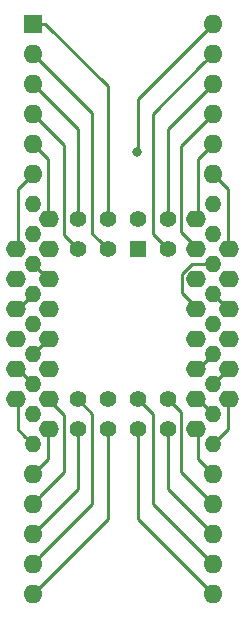
<source format=gbr>
G04 #@! TF.GenerationSoftware,KiCad,Pcbnew,(5.1.5)-3*
G04 #@! TF.CreationDate,2020-05-16T12:59:48+02:00*
G04 #@! TF.ProjectId,plcc44_adapter,706c6363-3434-45f6-9164-61707465722e,1.0*
G04 #@! TF.SameCoordinates,Original*
G04 #@! TF.FileFunction,Copper,L2,Bot*
G04 #@! TF.FilePolarity,Positive*
%FSLAX46Y46*%
G04 Gerber Fmt 4.6, Leading zero omitted, Abs format (unit mm)*
G04 Created by KiCad (PCBNEW (5.1.5)-3) date 2020-05-16 12:59:48*
%MOMM*%
%LPD*%
G04 APERTURE LIST*
%ADD10R,1.600000X1.600000*%
%ADD11O,1.600000X1.600000*%
%ADD12O,1.400000X1.400000*%
%ADD13R,1.422400X1.422400*%
%ADD14C,1.422400*%
%ADD15O,1.700000X1.422400*%
%ADD16C,0.800000*%
%ADD17C,0.250000*%
G04 APERTURE END LIST*
D10*
X165159001Y-53899001D03*
D11*
X180399001Y-102159001D03*
X165159001Y-56439001D03*
X180399001Y-99619001D03*
X165159001Y-58979001D03*
X180399001Y-97079001D03*
X165159001Y-61519001D03*
X180399001Y-94539001D03*
X165159001Y-64059001D03*
X180399001Y-91999001D03*
X165159001Y-66599001D03*
D12*
X180399001Y-89459001D03*
X165159001Y-69139001D03*
X180399001Y-86919001D03*
X165159001Y-71679001D03*
X180399001Y-84379001D03*
X165159001Y-74219001D03*
X180399001Y-81839001D03*
X165159001Y-76759001D03*
X180399001Y-79299001D03*
X165159001Y-79299001D03*
X180399001Y-76759001D03*
X165159001Y-81839001D03*
X180399001Y-74219001D03*
X165159001Y-84379001D03*
X180399001Y-71679001D03*
X165159001Y-86919001D03*
X180399001Y-69139001D03*
X165159001Y-89459001D03*
D11*
X180399001Y-66599001D03*
X165159001Y-91999001D03*
X180399001Y-64059001D03*
X165159001Y-94539001D03*
X180399001Y-61519001D03*
X165159001Y-97079001D03*
X180399001Y-58979001D03*
X165159001Y-99619001D03*
X180399001Y-56439001D03*
X165159001Y-102159001D03*
X180399001Y-53899001D03*
D13*
X174040800Y-72948800D03*
D14*
X171500800Y-72948800D03*
X168960800Y-72948800D03*
X176580800Y-72948800D03*
D15*
X178970800Y-72948800D03*
D14*
X171500800Y-70408800D03*
X168960800Y-70408800D03*
D15*
X166570800Y-70408800D03*
D14*
X174040800Y-70408800D03*
X176580800Y-70408800D03*
D15*
X166570800Y-72948800D03*
X166570800Y-75488800D03*
X166570800Y-78028800D03*
X166570800Y-80568800D03*
X166570800Y-83108800D03*
X163730800Y-72948800D03*
X163730800Y-75488800D03*
X163730800Y-78028800D03*
X163730800Y-80568800D03*
X163730800Y-83108800D03*
X163730800Y-85648800D03*
X166570800Y-85648800D03*
D14*
X168960800Y-85648800D03*
X171500800Y-85648800D03*
X174040800Y-85648800D03*
X176580800Y-85648800D03*
D15*
X181810800Y-85648800D03*
X166570800Y-88188800D03*
D14*
X168960800Y-88188800D03*
X171500800Y-88188800D03*
X174040800Y-88188800D03*
X176580800Y-88188800D03*
D15*
X178970800Y-88188800D03*
X178970800Y-85648800D03*
X178970800Y-83108800D03*
X178970800Y-80568800D03*
X178970800Y-78028800D03*
X178970800Y-75488800D03*
X178970800Y-70408800D03*
X181810800Y-83108800D03*
X181810800Y-80568800D03*
X181810800Y-78028800D03*
X181810800Y-75488800D03*
X181810800Y-72948800D03*
D16*
X173990000Y-64770000D03*
D17*
X170205400Y-71653400D02*
X170789601Y-72237601D01*
X165159001Y-56439001D02*
X170205400Y-61485400D01*
X170789601Y-72237601D02*
X171500800Y-72948800D01*
X170205400Y-61485400D02*
X170205400Y-71653400D01*
X167792400Y-71780400D02*
X168249601Y-72237601D01*
X165159001Y-61519001D02*
X167792400Y-64152400D01*
X168249601Y-72237601D02*
X168960800Y-72948800D01*
X167792400Y-64152400D02*
X167792400Y-71780400D01*
X179599002Y-57239000D02*
X180399001Y-56439001D01*
X175310800Y-61527202D02*
X179599002Y-57239000D01*
X176580800Y-72948800D02*
X175310800Y-71678800D01*
X175310800Y-71678800D02*
X175310800Y-61527202D01*
X178409601Y-72237601D02*
X179120800Y-72948800D01*
X180399001Y-61519001D02*
X177673000Y-64245002D01*
X177673000Y-71501000D02*
X178409601Y-72237601D01*
X177673000Y-64245002D02*
X177673000Y-71501000D01*
X171500800Y-59190800D02*
X171500800Y-69403012D01*
X166209001Y-53899001D02*
X171500800Y-59190800D01*
X171500800Y-69403012D02*
X171500800Y-70408800D01*
X165159001Y-53899001D02*
X166209001Y-53899001D01*
X168960800Y-62780800D02*
X165159001Y-58979001D01*
X168960800Y-70408800D02*
X168960800Y-62780800D01*
X166420800Y-65320800D02*
X165159001Y-64059001D01*
X166420800Y-70408800D02*
X166420800Y-65320800D01*
X176580800Y-62797202D02*
X176580800Y-70408800D01*
X180399001Y-58979001D02*
X176580800Y-62797202D01*
X165159001Y-74227001D02*
X166420800Y-75488800D01*
X165159001Y-74219001D02*
X165159001Y-74227001D01*
X166420800Y-80577202D02*
X165159001Y-81839001D01*
X166420800Y-80568800D02*
X166420800Y-80577202D01*
X163880800Y-67877202D02*
X163880800Y-72948800D01*
X165159001Y-66599001D02*
X163880800Y-67877202D01*
X165150599Y-76759001D02*
X163880800Y-78028800D01*
X165159001Y-76759001D02*
X165150599Y-76759001D01*
X163888800Y-83108800D02*
X165159001Y-84379001D01*
X163880800Y-83108800D02*
X163888800Y-83108800D01*
X163880800Y-85648800D02*
X163880800Y-88180800D01*
X164459002Y-88759002D02*
X165159001Y-89459001D01*
X163880800Y-88180800D02*
X164459002Y-88759002D01*
X167817800Y-91880202D02*
X165959000Y-93739002D01*
X165959000Y-93739002D02*
X165159001Y-94539001D01*
X166420800Y-85648800D02*
X167817800Y-87045800D01*
X167817800Y-87045800D02*
X167817800Y-91880202D01*
X165959000Y-98819002D02*
X165159001Y-99619001D01*
X170205400Y-94572602D02*
X165959000Y-98819002D01*
X168960800Y-85648800D02*
X170205400Y-86893400D01*
X170205400Y-86893400D02*
X170205400Y-94572602D01*
X174751999Y-86359999D02*
X174040800Y-85648800D01*
X180399001Y-99619001D02*
X175336200Y-94556200D01*
X175336200Y-86944200D02*
X174751999Y-86359999D01*
X175336200Y-94556200D02*
X175336200Y-86944200D01*
X177291999Y-86359999D02*
X176580800Y-85648800D01*
X180399001Y-94539001D02*
X177673000Y-91813000D01*
X177673000Y-86741000D02*
X177291999Y-86359999D01*
X177673000Y-91813000D02*
X177673000Y-86741000D01*
X181660800Y-88197202D02*
X181660800Y-85648800D01*
X180399001Y-89459001D02*
X181660800Y-88197202D01*
X166420800Y-90737202D02*
X166420800Y-88188800D01*
X165159001Y-91999001D02*
X166420800Y-90737202D01*
X168960800Y-93277202D02*
X165159001Y-97079001D01*
X168960800Y-88188800D02*
X168960800Y-93277202D01*
X171500800Y-95817202D02*
X165159001Y-102159001D01*
X171500800Y-88188800D02*
X171500800Y-95817202D01*
X174040800Y-95800800D02*
X180399001Y-102159001D01*
X174040800Y-88188800D02*
X174040800Y-95800800D01*
X176580800Y-93260800D02*
X180399001Y-97079001D01*
X176580800Y-88188800D02*
X176580800Y-93260800D01*
X179120800Y-90720800D02*
X180399001Y-91999001D01*
X179120800Y-88188800D02*
X179120800Y-90720800D01*
X179128800Y-85648800D02*
X180399001Y-86919001D01*
X179120800Y-85648800D02*
X179128800Y-85648800D01*
X179129202Y-83108800D02*
X180399001Y-81839001D01*
X179120800Y-83108800D02*
X179129202Y-83108800D01*
X179409052Y-74219001D02*
X180399001Y-74219001D01*
X178636377Y-74219001D02*
X179409052Y-74219001D01*
X177795790Y-75059588D02*
X178636377Y-74219001D01*
X177795790Y-76703790D02*
X177795790Y-75059588D01*
X179120800Y-78028800D02*
X177795790Y-76703790D01*
X179120800Y-65337202D02*
X180399001Y-64059001D01*
X179120800Y-70408800D02*
X179120800Y-65337202D01*
X180399001Y-84370599D02*
X181660800Y-83108800D01*
X180399001Y-84379001D02*
X180399001Y-84370599D01*
X181660800Y-78020800D02*
X180399001Y-76759001D01*
X181660800Y-78028800D02*
X181660800Y-78020800D01*
X181660800Y-67860800D02*
X181660800Y-72948800D01*
X180399001Y-66599001D02*
X181660800Y-67860800D01*
X174040800Y-60257202D02*
X180399001Y-53899001D01*
X174040800Y-60257202D02*
X174040800Y-64719200D01*
X174040800Y-64719200D02*
X173990000Y-64770000D01*
M02*

</source>
